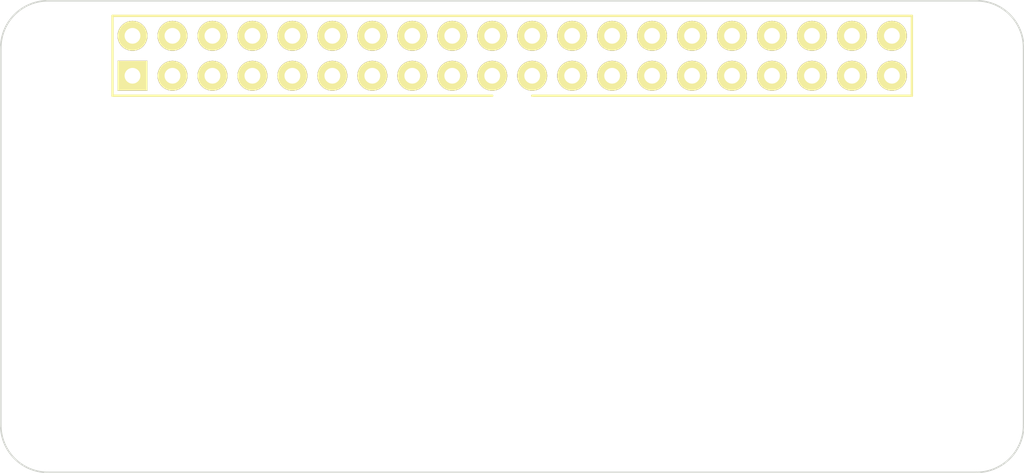
<source format=kicad_pcb>
(kicad_pcb (version 20170123) (host pcbnew "(2017-03-10 revision 23a23d3)-master")

  (general
    (links 0)
    (no_connects 0)
    (area 111.891667 77.949999 177.108334 108.0925)
    (thickness 1.6)
    (drawings 8)
    (tracks 0)
    (zones 0)
    (modules 5)
    (nets 1)
  )

  (page A4)
  (layers
    (0 F.Cu signal)
    (31 B.Cu signal)
    (32 B.Adhes user)
    (33 F.Adhes user)
    (34 B.Paste user)
    (35 F.Paste user)
    (36 B.SilkS user)
    (37 F.SilkS user)
    (38 B.Mask user)
    (39 F.Mask user)
    (40 Dwgs.User user)
    (41 Cmts.User user)
    (42 Eco1.User user)
    (43 Eco2.User user)
    (44 Edge.Cuts user)
    (45 Margin user)
    (46 B.CrtYd user)
    (47 F.CrtYd user)
    (48 B.Fab user)
    (49 F.Fab user)
  )

  (setup
    (last_trace_width 0.25)
    (trace_clearance 0.2)
    (zone_clearance 0.508)
    (zone_45_only no)
    (trace_min 0.2)
    (segment_width 0.2)
    (edge_width 0.15)
    (via_size 0.8)
    (via_drill 0.4)
    (via_min_size 0.4)
    (via_min_drill 0.3)
    (uvia_size 0.3)
    (uvia_drill 0.1)
    (uvias_allowed no)
    (uvia_min_size 0.2)
    (uvia_min_drill 0.1)
    (pcb_text_width 0.3)
    (pcb_text_size 1.5 1.5)
    (mod_edge_width 0.15)
    (mod_text_size 1 1)
    (mod_text_width 0.15)
    (pad_size 1.524 1.524)
    (pad_drill 0.762)
    (pad_to_mask_clearance 0.2)
    (aux_axis_origin 0 0)
    (visible_elements FFFFFF7F)
    (pcbplotparams
      (layerselection 0x00030_ffffffff)
      (usegerberextensions false)
      (excludeedgelayer true)
      (linewidth 0.150000)
      (plotframeref false)
      (viasonmask false)
      (mode 1)
      (useauxorigin false)
      (hpglpennumber 1)
      (hpglpenspeed 20)
      (hpglpendiameter 15)
      (psnegative false)
      (psa4output false)
      (plotreference true)
      (plotvalue true)
      (plotinvisibletext false)
      (padsonsilk false)
      (subtractmaskfromsilk false)
      (outputformat 1)
      (mirror false)
      (drillshape 1)
      (scaleselection 1)
      (outputdirectory ""))
  )

  (net 0 "")

  (net_class Default "This is the default net class."
    (clearance 0.2)
    (trace_width 0.25)
    (via_dia 0.8)
    (via_drill 0.4)
    (uvia_dia 0.3)
    (uvia_drill 0.1)
  )

  (module agg:M2.5_HOLE (layer F.Cu) (tedit 590D9BCB) (tstamp 591E792A)
    (at 115.5 104.5)
    (fp_text reference REF** (at 0 -2.5) (layer F.Fab) hide
      (effects (font (size 1 1) (thickness 0.15)))
    )
    (fp_text value M3_HOLE (at 0 2.5) (layer F.Fab) hide
      (effects (font (size 1 1) (thickness 0.15)))
    )
    (fp_line (start -1.8 -1.8) (end 1.8 -1.8) (layer F.CrtYd) (width 0.01))
    (fp_line (start 1.8 -1.8) (end 1.8 1.8) (layer F.CrtYd) (width 0.01))
    (fp_line (start 1.8 1.8) (end -1.8 1.8) (layer F.CrtYd) (width 0.01))
    (fp_line (start -1.8 1.8) (end -1.8 -1.8) (layer F.CrtYd) (width 0.01))
    (pad "" np_thru_hole circle (at 0 0) (size 2.75 2.75) (drill 2.75) (layers *.Cu F.Mask))
  )

  (module agg:M2.5_HOLE (layer F.Cu) (tedit 590D9BCB) (tstamp 591E78DC)
    (at 173.5 104.5)
    (fp_text reference REF** (at 0 -2.5) (layer F.Fab) hide
      (effects (font (size 1 1) (thickness 0.15)))
    )
    (fp_text value M3_HOLE (at 0 2.5) (layer F.Fab) hide
      (effects (font (size 1 1) (thickness 0.15)))
    )
    (fp_line (start -1.8 -1.8) (end 1.8 -1.8) (layer F.CrtYd) (width 0.01))
    (fp_line (start 1.8 -1.8) (end 1.8 1.8) (layer F.CrtYd) (width 0.01))
    (fp_line (start 1.8 1.8) (end -1.8 1.8) (layer F.CrtYd) (width 0.01))
    (fp_line (start -1.8 1.8) (end -1.8 -1.8) (layer F.CrtYd) (width 0.01))
    (pad "" np_thru_hole circle (at 0 0) (size 2.75 2.75) (drill 2.75) (layers *.Cu F.Mask))
  )

  (module agg:M2.5_HOLE (layer F.Cu) (tedit 590D9BCB) (tstamp 591E787A)
    (at 173.5 81.5)
    (fp_text reference REF** (at 0 -2.5) (layer F.Fab) hide
      (effects (font (size 1 1) (thickness 0.15)))
    )
    (fp_text value M3_HOLE (at 0 2.5) (layer F.Fab) hide
      (effects (font (size 1 1) (thickness 0.15)))
    )
    (fp_line (start -1.8 -1.8) (end 1.8 -1.8) (layer F.CrtYd) (width 0.01))
    (fp_line (start 1.8 -1.8) (end 1.8 1.8) (layer F.CrtYd) (width 0.01))
    (fp_line (start 1.8 1.8) (end -1.8 1.8) (layer F.CrtYd) (width 0.01))
    (fp_line (start -1.8 1.8) (end -1.8 -1.8) (layer F.CrtYd) (width 0.01))
    (pad "" np_thru_hole circle (at 0 0) (size 2.75 2.75) (drill 2.75) (layers *.Cu F.Mask))
  )

  (module agg:M2.5_HOLE (layer F.Cu) (tedit 590D9BCB) (tstamp 591E77F5)
    (at 115.5 81.5)
    (fp_text reference REF** (at 0 -2.5) (layer F.Fab) hide
      (effects (font (size 1 1) (thickness 0.15)))
    )
    (fp_text value M3_HOLE (at 0 2.5) (layer F.Fab) hide
      (effects (font (size 1 1) (thickness 0.15)))
    )
    (fp_line (start -1.8 -1.8) (end 1.8 -1.8) (layer F.CrtYd) (width 0.01))
    (fp_line (start 1.8 -1.8) (end 1.8 1.8) (layer F.CrtYd) (width 0.01))
    (fp_line (start 1.8 1.8) (end -1.8 1.8) (layer F.CrtYd) (width 0.01))
    (fp_line (start -1.8 1.8) (end -1.8 -1.8) (layer F.CrtYd) (width 0.01))
    (pad "" np_thru_hole circle (at 0 0) (size 2.75 2.75) (drill 2.75) (layers *.Cu F.Mask))
  )

  (module agg:DIL-254P-40 (layer F.Cu) (tedit 57656D66) (tstamp 5916299A)
    (at 144.5 81.5)
    (fp_text reference REF** (at 0.4 3.8) (layer F.Fab)
      (effects (font (size 1 1) (thickness 0.15)))
    )
    (fp_text value DIL-254P-40 (at 15.8 3.6) (layer F.Fab)
      (effects (font (size 1 1) (thickness 0.15)))
    )
    (fp_line (start -25.65 2.8) (end -25.65 -2.8) (layer F.CrtYd) (width 0.01))
    (fp_line (start 25.65 2.8) (end -25.65 2.8) (layer F.CrtYd) (width 0.01))
    (fp_line (start 25.65 -2.8) (end 25.65 2.8) (layer F.CrtYd) (width 0.01))
    (fp_line (start -25.65 -2.8) (end 25.65 -2.8) (layer F.CrtYd) (width 0.01))
    (fp_line (start -25.4 2.54) (end -25.4 -2.54) (layer F.SilkS) (width 0.15))
    (fp_line (start -1.27 2.54) (end -25.4 2.54) (layer F.SilkS) (width 0.15))
    (fp_line (start 25.4 2.54) (end 1.27 2.54) (layer F.SilkS) (width 0.15))
    (fp_line (start 25.4 -2.54) (end 25.4 2.54) (layer F.SilkS) (width 0.15))
    (fp_line (start -25.4 -2.54) (end 25.4 -2.54) (layer F.SilkS) (width 0.15))
    (fp_line (start -25.4 2.54) (end -25.4 -2.54) (layer F.Fab) (width 0.01))
    (fp_line (start 25.4 2.54) (end -25.4 2.54) (layer F.Fab) (width 0.01))
    (fp_line (start 25.4 -2.54) (end 25.4 2.54) (layer F.Fab) (width 0.01))
    (fp_line (start -25.4 -2.54) (end 25.4 -2.54) (layer F.Fab) (width 0.01))
    (pad 40 thru_hole circle (at 24.13 -1.27) (size 1.9 1.9) (drill 1) (layers *.Cu *.Mask F.SilkS))
    (pad 39 thru_hole circle (at 24.13 1.27) (size 1.9 1.9) (drill 1) (layers *.Cu *.Mask F.SilkS))
    (pad 38 thru_hole circle (at 21.59 -1.27) (size 1.9 1.9) (drill 1) (layers *.Cu *.Mask F.SilkS))
    (pad 37 thru_hole circle (at 21.59 1.27) (size 1.9 1.9) (drill 1) (layers *.Cu *.Mask F.SilkS))
    (pad 36 thru_hole circle (at 19.05 -1.27) (size 1.9 1.9) (drill 1) (layers *.Cu *.Mask F.SilkS))
    (pad 35 thru_hole circle (at 19.05 1.27) (size 1.9 1.9) (drill 1) (layers *.Cu *.Mask F.SilkS))
    (pad 34 thru_hole circle (at 16.51 -1.27) (size 1.9 1.9) (drill 1) (layers *.Cu *.Mask F.SilkS))
    (pad 33 thru_hole circle (at 16.51 1.27) (size 1.9 1.9) (drill 1) (layers *.Cu *.Mask F.SilkS))
    (pad 32 thru_hole circle (at 13.97 -1.27) (size 1.9 1.9) (drill 1) (layers *.Cu *.Mask F.SilkS))
    (pad 31 thru_hole circle (at 13.97 1.27) (size 1.9 1.9) (drill 1) (layers *.Cu *.Mask F.SilkS))
    (pad 30 thru_hole circle (at 11.43 -1.27) (size 1.9 1.9) (drill 1) (layers *.Cu *.Mask F.SilkS))
    (pad 29 thru_hole circle (at 11.43 1.27) (size 1.9 1.9) (drill 1) (layers *.Cu *.Mask F.SilkS))
    (pad 28 thru_hole circle (at 8.89 -1.27) (size 1.9 1.9) (drill 1) (layers *.Cu *.Mask F.SilkS))
    (pad 27 thru_hole circle (at 8.89 1.27) (size 1.9 1.9) (drill 1) (layers *.Cu *.Mask F.SilkS))
    (pad 26 thru_hole circle (at 6.35 -1.27) (size 1.9 1.9) (drill 1) (layers *.Cu *.Mask F.SilkS))
    (pad 25 thru_hole circle (at 6.35 1.27) (size 1.9 1.9) (drill 1) (layers *.Cu *.Mask F.SilkS))
    (pad 24 thru_hole circle (at 3.81 -1.27) (size 1.9 1.9) (drill 1) (layers *.Cu *.Mask F.SilkS))
    (pad 23 thru_hole circle (at 3.81 1.27) (size 1.9 1.9) (drill 1) (layers *.Cu *.Mask F.SilkS))
    (pad 22 thru_hole circle (at 1.27 -1.27) (size 1.9 1.9) (drill 1) (layers *.Cu *.Mask F.SilkS))
    (pad 21 thru_hole circle (at 1.27 1.27) (size 1.9 1.9) (drill 1) (layers *.Cu *.Mask F.SilkS))
    (pad 20 thru_hole circle (at -1.27 -1.27) (size 1.9 1.9) (drill 1) (layers *.Cu *.Mask F.SilkS))
    (pad 19 thru_hole circle (at -1.27 1.27) (size 1.9 1.9) (drill 1) (layers *.Cu *.Mask F.SilkS))
    (pad 18 thru_hole circle (at -3.81 -1.27) (size 1.9 1.9) (drill 1) (layers *.Cu *.Mask F.SilkS))
    (pad 17 thru_hole circle (at -3.81 1.27) (size 1.9 1.9) (drill 1) (layers *.Cu *.Mask F.SilkS))
    (pad 16 thru_hole circle (at -6.35 -1.27) (size 1.9 1.9) (drill 1) (layers *.Cu *.Mask F.SilkS))
    (pad 15 thru_hole circle (at -6.35 1.27) (size 1.9 1.9) (drill 1) (layers *.Cu *.Mask F.SilkS))
    (pad 14 thru_hole circle (at -8.89 -1.27) (size 1.9 1.9) (drill 1) (layers *.Cu *.Mask F.SilkS))
    (pad 13 thru_hole circle (at -8.89 1.27) (size 1.9 1.9) (drill 1) (layers *.Cu *.Mask F.SilkS))
    (pad 12 thru_hole circle (at -11.43 -1.27) (size 1.9 1.9) (drill 1) (layers *.Cu *.Mask F.SilkS))
    (pad 11 thru_hole circle (at -11.43 1.27) (size 1.9 1.9) (drill 1) (layers *.Cu *.Mask F.SilkS))
    (pad 10 thru_hole circle (at -13.97 -1.27) (size 1.9 1.9) (drill 1) (layers *.Cu *.Mask F.SilkS))
    (pad 9 thru_hole circle (at -13.97 1.27) (size 1.9 1.9) (drill 1) (layers *.Cu *.Mask F.SilkS))
    (pad 8 thru_hole circle (at -16.51 -1.27) (size 1.9 1.9) (drill 1) (layers *.Cu *.Mask F.SilkS))
    (pad 7 thru_hole circle (at -16.51 1.27) (size 1.9 1.9) (drill 1) (layers *.Cu *.Mask F.SilkS))
    (pad 6 thru_hole circle (at -19.05 -1.27) (size 1.9 1.9) (drill 1) (layers *.Cu *.Mask F.SilkS))
    (pad 5 thru_hole circle (at -19.05 1.27) (size 1.9 1.9) (drill 1) (layers *.Cu *.Mask F.SilkS))
    (pad 4 thru_hole circle (at -21.59 -1.27) (size 1.9 1.9) (drill 1) (layers *.Cu *.Mask F.SilkS))
    (pad 3 thru_hole circle (at -21.59 1.27) (size 1.9 1.9) (drill 1) (layers *.Cu *.Mask F.SilkS))
    (pad 2 thru_hole circle (at -24.13 -1.27) (size 1.9 1.9) (drill 1) (layers *.Cu *.Mask F.SilkS))
    (pad 1 thru_hole rect (at -24.13 1.27) (size 1.9 1.9) (drill 1) (layers *.Cu *.Mask F.SilkS))
    (model ${KISYS3DMOD}/Pin_Headers.3dshapes/Pin_Header_Straight_2x20.wrl
      (at (xyz 0 0 0))
      (scale (xyz 1 1 1))
      (rotate (xyz 0 0 0))
    )
  )

  (gr_arc (start 174 105) (end 174 108) (angle -90) (layer Edge.Cuts) (width 0.1))
  (gr_line (start 115 108) (end 174 108) (layer Edge.Cuts) (width 0.1))
  (gr_arc (start 115 105) (end 112 105) (angle -90) (layer Edge.Cuts) (width 0.1))
  (gr_line (start 112 81) (end 112 105) (layer Edge.Cuts) (width 0.1))
  (gr_line (start 177 105) (end 177 81) (layer Edge.Cuts) (width 0.1))
  (gr_arc (start 115 81) (end 115 78) (angle -90) (layer Edge.Cuts) (width 0.1))
  (gr_arc (start 174 81) (end 177 81) (angle -90) (layer Edge.Cuts) (width 0.1))
  (gr_line (start 174 78) (end 115 78) (layer Edge.Cuts) (width 0.1))

)

</source>
